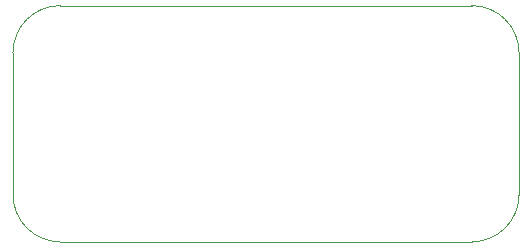
<source format=gbr>
%TF.GenerationSoftware,KiCad,Pcbnew,(5.1.10)-1*%
%TF.CreationDate,2022-01-27T10:19:25-05:00*%
%TF.ProjectId,CommaPowerProtect,436f6d6d-6150-46f7-9765-7250726f7465,rev?*%
%TF.SameCoordinates,Original*%
%TF.FileFunction,Profile,NP*%
%FSLAX46Y46*%
G04 Gerber Fmt 4.6, Leading zero omitted, Abs format (unit mm)*
G04 Created by KiCad (PCBNEW (5.1.10)-1) date 2022-01-27 10:19:25*
%MOMM*%
%LPD*%
G01*
G04 APERTURE LIST*
%TA.AperFunction,Profile*%
%ADD10C,0.050000*%
%TD*%
G04 APERTURE END LIST*
D10*
X122618001Y-67562000D02*
X122618001Y-55562000D01*
X79768001Y-55562000D02*
X79768001Y-67562000D01*
X79768001Y-55562000D02*
G75*
G02*
X83768002Y-51562001I4000000J-1D01*
G01*
X83768002Y-71562000D02*
X118618001Y-71561999D01*
X118617999Y-51562000D02*
G75*
G02*
X122618001Y-55562000I1J-4000001D01*
G01*
X122618001Y-67561999D02*
G75*
G02*
X118618001Y-71561999I-4000000J0D01*
G01*
X83768001Y-71562000D02*
G75*
G02*
X79768001Y-67562000I0J4000000D01*
G01*
X118618000Y-51562000D02*
X83768002Y-51562001D01*
M02*

</source>
